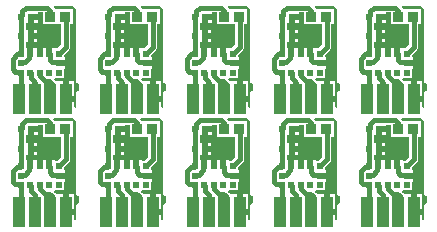
<source format=gtl>
G04*
G04 #@! TF.GenerationSoftware,Altium Limited,Altium Designer,23.3.1 (30)*
G04*
G04 Layer_Physical_Order=1*
G04 Layer_Color=255*
%FSLAX25Y25*%
%MOIN*%
G70*
G04*
G04 #@! TF.SameCoordinates,76A80B4F-B454-4E83-830C-21A368A3A4FA*
G04*
G04*
G04 #@! TF.FilePolarity,Positive*
G04*
G01*
G75*
%ADD10R,0.02000X0.02000*%
%ADD11R,0.02000X0.02000*%
%ADD12R,0.02047X0.02047*%
%ADD13R,0.03366X0.03568*%
%ADD14R,0.02423X0.02254*%
%ADD15C,0.01500*%
%ADD16R,0.03937X0.09843*%
%ADD17C,0.01575*%
%ADD18C,0.01968*%
G36*
X275554Y199416D02*
X281590D01*
Y192674D01*
X280365Y191450D01*
X279650D01*
Y191649D01*
X278650D01*
Y189649D01*
X276650D01*
Y191649D01*
X275500D01*
Y189649D01*
X273500D01*
Y191649D01*
X272350D01*
Y189649D01*
X270350D01*
Y191649D01*
X269893D01*
Y193476D01*
X270575D01*
Y195500D01*
Y197524D01*
X269949D01*
Y199873D01*
X270687D01*
Y202000D01*
X271687D01*
Y203000D01*
X273899D01*
Y203382D01*
X275554D01*
Y199416D01*
D02*
G37*
G36*
X246554D02*
X252590D01*
Y192674D01*
X251365Y191450D01*
X250650D01*
Y191649D01*
X249650D01*
Y189649D01*
X247650D01*
Y191649D01*
X246500D01*
Y189649D01*
X244500D01*
Y191649D01*
X243350D01*
Y189649D01*
X241350D01*
Y191649D01*
X240893D01*
Y193476D01*
X241575D01*
Y195500D01*
Y197524D01*
X240949D01*
Y199873D01*
X241687D01*
Y202000D01*
X242687D01*
Y203000D01*
X244899D01*
Y203382D01*
X246554D01*
Y199416D01*
D02*
G37*
G36*
X217554D02*
X223590D01*
Y192674D01*
X222365Y191450D01*
X221650D01*
Y191649D01*
X220650D01*
Y189649D01*
X218650D01*
Y191649D01*
X217500D01*
Y189649D01*
X215500D01*
Y191649D01*
X214350D01*
Y189649D01*
X212350D01*
Y191649D01*
X211893D01*
Y193476D01*
X212575D01*
Y195500D01*
Y197524D01*
X211949D01*
Y199873D01*
X212687D01*
Y202000D01*
X213687D01*
Y203000D01*
X215899D01*
Y203382D01*
X217554D01*
Y199416D01*
D02*
G37*
G36*
X188554D02*
X194590D01*
Y192674D01*
X193365Y191450D01*
X192650D01*
Y191649D01*
X191650D01*
Y189649D01*
X189650D01*
Y191649D01*
X188500D01*
Y189649D01*
X186500D01*
Y191649D01*
X185350D01*
Y189649D01*
X183350D01*
Y191649D01*
X182893D01*
Y193476D01*
X183575D01*
Y195500D01*
Y197524D01*
X182949D01*
Y199873D01*
X183687D01*
Y202000D01*
X184687D01*
Y203000D01*
X186899D01*
Y203382D01*
X188554D01*
Y199416D01*
D02*
G37*
G36*
X159554D02*
X165590D01*
Y192674D01*
X164365Y191450D01*
X163650D01*
Y191649D01*
X162650D01*
Y189649D01*
X160650D01*
Y191649D01*
X159500D01*
Y189649D01*
X157500D01*
Y191649D01*
X156350D01*
Y189649D01*
X154350D01*
Y191649D01*
X153893D01*
Y193476D01*
X154575D01*
Y195500D01*
Y197524D01*
X153949D01*
Y199873D01*
X154687D01*
Y202000D01*
X155687D01*
Y203000D01*
X157899D01*
Y203382D01*
X159554D01*
Y199416D01*
D02*
G37*
G36*
X286697Y204232D02*
Y180500D01*
X286758Y180193D01*
X286932Y179932D01*
X287193Y179758D01*
X287500Y179697D01*
Y177303D01*
X287193Y177242D01*
X286932Y177068D01*
X286758Y176807D01*
X286697Y176500D01*
Y171607D01*
X286610Y171542D01*
X286110Y171794D01*
Y173508D01*
X283142D01*
Y174508D01*
X282142D01*
Y180429D01*
X280173D01*
X280173Y180429D01*
Y180429D01*
X279723Y180581D01*
X279618Y180739D01*
X279306Y181050D01*
X279513Y181550D01*
X282600D01*
Y184500D01*
X282800D01*
Y185500D01*
X280800D01*
Y187500D01*
X282800D01*
Y188500D01*
X282600D01*
Y189215D01*
X284288Y190902D01*
X284630Y191415D01*
X284751Y192020D01*
Y199416D01*
X285446D01*
Y204584D01*
X279464D01*
X279460Y204605D01*
X279117Y205118D01*
X279000Y205235D01*
X279191Y205697D01*
X285599D01*
X286697Y204232D01*
D02*
G37*
G36*
X257697D02*
Y180500D01*
X257758Y180193D01*
X257932Y179932D01*
X258193Y179758D01*
X258500Y179697D01*
Y177303D01*
X258193Y177242D01*
X257932Y177068D01*
X257758Y176807D01*
X257697Y176500D01*
Y171607D01*
X257610Y171542D01*
X257110Y171794D01*
Y173508D01*
X254142D01*
Y174508D01*
X253142D01*
Y180429D01*
X251173D01*
X251173Y180429D01*
Y180429D01*
X250723Y180581D01*
X250618Y180739D01*
X250306Y181050D01*
X250513Y181550D01*
X253600D01*
Y184500D01*
X253800D01*
Y185500D01*
X251800D01*
Y187500D01*
X253800D01*
Y188500D01*
X253600D01*
Y189215D01*
X255288Y190902D01*
X255630Y191415D01*
X255750Y192020D01*
Y199416D01*
X256446D01*
Y204584D01*
X250464D01*
X250460Y204605D01*
X250117Y205118D01*
X250000Y205235D01*
X250191Y205697D01*
X256599D01*
X257697Y204232D01*
D02*
G37*
G36*
X228697D02*
Y180500D01*
X228758Y180193D01*
X228932Y179932D01*
X229193Y179758D01*
X229500Y179697D01*
Y177303D01*
X229193Y177242D01*
X228932Y177068D01*
X228758Y176807D01*
X228697Y176500D01*
Y171607D01*
X228610Y171542D01*
X228110Y171794D01*
Y173508D01*
X225142D01*
Y174508D01*
X224142D01*
Y180429D01*
X222173D01*
X222173Y180429D01*
Y180429D01*
X221723Y180581D01*
X221618Y180739D01*
X221306Y181050D01*
X221513Y181550D01*
X224600D01*
Y184500D01*
X224800D01*
Y185500D01*
X222800D01*
Y187500D01*
X224800D01*
Y188500D01*
X224600D01*
Y189215D01*
X226288Y190902D01*
X226630Y191415D01*
X226750Y192020D01*
Y199416D01*
X227446D01*
Y204584D01*
X221464D01*
X221460Y204605D01*
X221117Y205118D01*
X221000Y205235D01*
X221191Y205697D01*
X227599D01*
X228697Y204232D01*
D02*
G37*
G36*
X199697D02*
Y180500D01*
X199758Y180193D01*
X199932Y179932D01*
X200193Y179758D01*
X200500Y179697D01*
Y177303D01*
X200193Y177242D01*
X199932Y177068D01*
X199758Y176807D01*
X199697Y176500D01*
Y171607D01*
X199610Y171542D01*
X199110Y171794D01*
Y173508D01*
X196142D01*
Y174508D01*
X195142D01*
Y180429D01*
X193173D01*
X193173Y180429D01*
Y180429D01*
X192723Y180581D01*
X192617Y180739D01*
X192306Y181050D01*
X192513Y181550D01*
X195600D01*
Y184500D01*
X195800D01*
Y185500D01*
X193800D01*
Y187500D01*
X195800D01*
Y188500D01*
X195600D01*
Y189215D01*
X197288Y190902D01*
X197630Y191415D01*
X197750Y192020D01*
Y199416D01*
X198446D01*
Y204584D01*
X192464D01*
X192460Y204605D01*
X192118Y205118D01*
X192000Y205235D01*
X192191Y205697D01*
X198599D01*
X199697Y204232D01*
D02*
G37*
G36*
X170697D02*
Y180500D01*
X170758Y180193D01*
X170932Y179932D01*
X171193Y179758D01*
X171500Y179697D01*
Y177303D01*
X171193Y177242D01*
X170932Y177068D01*
X170758Y176807D01*
X170697Y176500D01*
Y171607D01*
X170610Y171542D01*
X170110Y171794D01*
Y173508D01*
X167142D01*
Y174508D01*
X166142D01*
Y180429D01*
X164173D01*
X164173Y180429D01*
Y180429D01*
X163723Y180581D01*
X163618Y180739D01*
X163306Y181050D01*
X163513Y181550D01*
X166600D01*
Y184500D01*
X166800D01*
Y185500D01*
X164800D01*
Y187500D01*
X166800D01*
Y188500D01*
X166600D01*
Y189215D01*
X168288Y190902D01*
X168630Y191415D01*
X168751Y192020D01*
Y199416D01*
X169446D01*
Y204584D01*
X163464D01*
X163460Y204605D01*
X163118Y205118D01*
X163000Y205235D01*
X163191Y205697D01*
X169599D01*
X170697Y204232D01*
D02*
G37*
G36*
X275554Y161916D02*
X281590D01*
Y155174D01*
X280365Y153950D01*
X279650D01*
Y154149D01*
X278650D01*
Y152149D01*
X276650D01*
Y154149D01*
X275500D01*
Y152149D01*
X273500D01*
Y154149D01*
X272350D01*
Y152149D01*
X270350D01*
Y154149D01*
X269893D01*
Y155976D01*
X270575D01*
Y158000D01*
Y160024D01*
X269949D01*
Y162373D01*
X270687D01*
Y164500D01*
X271687D01*
Y165500D01*
X273899D01*
Y165882D01*
X275554D01*
Y161916D01*
D02*
G37*
G36*
X246554D02*
X252590D01*
Y155174D01*
X251365Y153950D01*
X250650D01*
Y154149D01*
X249650D01*
Y152149D01*
X247650D01*
Y154149D01*
X246500D01*
Y152149D01*
X244500D01*
Y154149D01*
X243350D01*
Y152149D01*
X241350D01*
Y154149D01*
X240893D01*
Y155976D01*
X241575D01*
Y158000D01*
Y160024D01*
X240949D01*
Y162373D01*
X241687D01*
Y164500D01*
X242687D01*
Y165500D01*
X244899D01*
Y165882D01*
X246554D01*
Y161916D01*
D02*
G37*
G36*
X217554D02*
X223590D01*
Y155174D01*
X222365Y153950D01*
X221650D01*
Y154149D01*
X220650D01*
Y152149D01*
X218650D01*
Y154149D01*
X217500D01*
Y152149D01*
X215500D01*
Y154149D01*
X214350D01*
Y152149D01*
X212350D01*
Y154149D01*
X211893D01*
Y155976D01*
X212575D01*
Y158000D01*
Y160024D01*
X211949D01*
Y162373D01*
X212687D01*
Y164500D01*
X213687D01*
Y165500D01*
X215899D01*
Y165882D01*
X217554D01*
Y161916D01*
D02*
G37*
G36*
X188554D02*
X194590D01*
Y155174D01*
X193365Y153950D01*
X192650D01*
Y154149D01*
X191650D01*
Y152149D01*
X189650D01*
Y154149D01*
X188500D01*
Y152149D01*
X186500D01*
Y154149D01*
X185350D01*
Y152149D01*
X183350D01*
Y154149D01*
X182893D01*
Y155976D01*
X183575D01*
Y158000D01*
Y160024D01*
X182949D01*
Y162373D01*
X183687D01*
Y164500D01*
X184687D01*
Y165500D01*
X186899D01*
Y165882D01*
X188554D01*
Y161916D01*
D02*
G37*
G36*
X159554D02*
X165590D01*
Y155174D01*
X164365Y153950D01*
X163650D01*
Y154149D01*
X162650D01*
Y152149D01*
X160650D01*
Y154149D01*
X159500D01*
Y152149D01*
X157500D01*
Y154149D01*
X156350D01*
Y152149D01*
X154350D01*
Y154149D01*
X153893D01*
Y155976D01*
X154575D01*
Y158000D01*
Y160024D01*
X153949D01*
Y162373D01*
X154687D01*
Y164500D01*
X155687D01*
Y165500D01*
X157899D01*
Y165882D01*
X159554D01*
Y161916D01*
D02*
G37*
G36*
X286697Y166732D02*
Y143000D01*
X286758Y142693D01*
X286932Y142432D01*
X287193Y142258D01*
X287500Y142197D01*
Y139803D01*
X287193Y139742D01*
X286932Y139568D01*
X286758Y139307D01*
X286697Y139000D01*
Y134107D01*
X286610Y134042D01*
X286110Y134294D01*
Y136008D01*
X283142D01*
Y137008D01*
X282142D01*
Y142929D01*
X280173D01*
X280173Y142929D01*
Y142929D01*
X279723Y143081D01*
X279618Y143239D01*
X279306Y143550D01*
X279513Y144050D01*
X282600D01*
Y147000D01*
X282800D01*
Y148000D01*
X280800D01*
Y150000D01*
X282800D01*
Y151000D01*
X282600D01*
Y151715D01*
X284288Y153402D01*
X284630Y153915D01*
X284751Y154520D01*
Y161916D01*
X285446D01*
Y167084D01*
X279464D01*
X279460Y167105D01*
X279117Y167617D01*
X279000Y167735D01*
X279191Y168197D01*
X285599D01*
X286697Y166732D01*
D02*
G37*
G36*
X257697D02*
Y143000D01*
X257758Y142693D01*
X257932Y142432D01*
X258193Y142258D01*
X258500Y142197D01*
Y139803D01*
X258193Y139742D01*
X257932Y139568D01*
X257758Y139307D01*
X257697Y139000D01*
Y134107D01*
X257610Y134042D01*
X257110Y134294D01*
Y136008D01*
X254142D01*
Y137008D01*
X253142D01*
Y142929D01*
X251173D01*
X251173Y142929D01*
Y142929D01*
X250723Y143081D01*
X250618Y143239D01*
X250306Y143550D01*
X250513Y144050D01*
X253600D01*
Y147000D01*
X253800D01*
Y148000D01*
X251800D01*
Y150000D01*
X253800D01*
Y151000D01*
X253600D01*
Y151715D01*
X255288Y153402D01*
X255630Y153915D01*
X255750Y154520D01*
Y161916D01*
X256446D01*
Y167084D01*
X250464D01*
X250460Y167105D01*
X250117Y167617D01*
X250000Y167735D01*
X250191Y168197D01*
X256599D01*
X257697Y166732D01*
D02*
G37*
G36*
X228697D02*
Y143000D01*
X228758Y142693D01*
X228932Y142432D01*
X229193Y142258D01*
X229500Y142197D01*
Y139803D01*
X229193Y139742D01*
X228932Y139568D01*
X228758Y139307D01*
X228697Y139000D01*
Y134107D01*
X228610Y134042D01*
X228110Y134294D01*
Y136008D01*
X225142D01*
Y137008D01*
X224142D01*
Y142929D01*
X222173D01*
X222173Y142929D01*
Y142929D01*
X221723Y143081D01*
X221618Y143239D01*
X221306Y143550D01*
X221513Y144050D01*
X224600D01*
Y147000D01*
X224800D01*
Y148000D01*
X222800D01*
Y150000D01*
X224800D01*
Y151000D01*
X224600D01*
Y151715D01*
X226288Y153402D01*
X226630Y153915D01*
X226750Y154520D01*
Y161916D01*
X227446D01*
Y167084D01*
X221464D01*
X221460Y167105D01*
X221117Y167617D01*
X221000Y167735D01*
X221191Y168197D01*
X227599D01*
X228697Y166732D01*
D02*
G37*
G36*
X199697D02*
Y143000D01*
X199758Y142693D01*
X199932Y142432D01*
X200193Y142258D01*
X200500Y142197D01*
Y139803D01*
X200193Y139742D01*
X199932Y139568D01*
X199758Y139307D01*
X199697Y139000D01*
Y134107D01*
X199610Y134042D01*
X199110Y134294D01*
Y136008D01*
X196142D01*
Y137008D01*
X195142D01*
Y142929D01*
X193173D01*
X193173Y142929D01*
Y142929D01*
X192723Y143081D01*
X192617Y143239D01*
X192306Y143550D01*
X192513Y144050D01*
X195600D01*
Y147000D01*
X195800D01*
Y148000D01*
X193800D01*
Y150000D01*
X195800D01*
Y151000D01*
X195600D01*
Y151715D01*
X197288Y153402D01*
X197630Y153915D01*
X197750Y154520D01*
Y161916D01*
X198446D01*
Y167084D01*
X192464D01*
X192460Y167105D01*
X192118Y167617D01*
X192000Y167735D01*
X192191Y168197D01*
X198599D01*
X199697Y166732D01*
D02*
G37*
G36*
X170697D02*
Y143000D01*
X170758Y142693D01*
X170932Y142432D01*
X171193Y142258D01*
X171500Y142197D01*
Y139803D01*
X171193Y139742D01*
X170932Y139568D01*
X170758Y139307D01*
X170697Y139000D01*
Y134107D01*
X170610Y134042D01*
X170110Y134294D01*
Y136008D01*
X167142D01*
Y137008D01*
X166142D01*
Y142929D01*
X164173D01*
X164173Y142929D01*
Y142929D01*
X163723Y143081D01*
X163618Y143239D01*
X163306Y143550D01*
X163513Y144050D01*
X166600D01*
Y147000D01*
X166800D01*
Y148000D01*
X164800D01*
Y150000D01*
X166800D01*
Y151000D01*
X166600D01*
Y151715D01*
X168288Y153402D01*
X168630Y153915D01*
X168751Y154520D01*
Y161916D01*
X169446D01*
Y167084D01*
X163464D01*
X163460Y167105D01*
X163118Y167617D01*
X163000Y167735D01*
X163191Y168197D01*
X169599D01*
X170697Y166732D01*
D02*
G37*
%LPC*%
G36*
X273899Y201000D02*
X272687D01*
Y199873D01*
X273899D01*
Y201000D01*
D02*
G37*
G36*
X273598Y197524D02*
X272575D01*
Y196500D01*
X273598D01*
Y197524D01*
D02*
G37*
G36*
Y194500D02*
X272575D01*
Y193476D01*
X273598D01*
Y194500D01*
D02*
G37*
G36*
X244899Y201000D02*
X243687D01*
Y199873D01*
X244899D01*
Y201000D01*
D02*
G37*
G36*
X244598Y197524D02*
X243575D01*
Y196500D01*
X244598D01*
Y197524D01*
D02*
G37*
G36*
Y194500D02*
X243575D01*
Y193476D01*
X244598D01*
Y194500D01*
D02*
G37*
G36*
X215899Y201000D02*
X214687D01*
Y199873D01*
X215899D01*
Y201000D01*
D02*
G37*
G36*
X215598Y197524D02*
X214575D01*
Y196500D01*
X215598D01*
Y197524D01*
D02*
G37*
G36*
Y194500D02*
X214575D01*
Y193476D01*
X215598D01*
Y194500D01*
D02*
G37*
G36*
X186899Y201000D02*
X185687D01*
Y199873D01*
X186899D01*
Y201000D01*
D02*
G37*
G36*
X186598Y197524D02*
X185575D01*
Y196500D01*
X186598D01*
Y197524D01*
D02*
G37*
G36*
Y194500D02*
X185575D01*
Y193476D01*
X186598D01*
Y194500D01*
D02*
G37*
G36*
X157899Y201000D02*
X156687D01*
Y199873D01*
X157899D01*
Y201000D01*
D02*
G37*
G36*
X157598Y197524D02*
X156575D01*
Y196500D01*
X157598D01*
Y197524D01*
D02*
G37*
G36*
Y194500D02*
X156575D01*
Y193476D01*
X157598D01*
Y194500D01*
D02*
G37*
G36*
X286110Y180429D02*
X284142D01*
Y175508D01*
X286110D01*
Y180429D01*
D02*
G37*
G36*
X257110D02*
X255142D01*
Y175508D01*
X257110D01*
Y180429D01*
D02*
G37*
G36*
X228110D02*
X226142D01*
Y175508D01*
X228110D01*
Y180429D01*
D02*
G37*
G36*
X199110D02*
X197142D01*
Y175508D01*
X199110D01*
Y180429D01*
D02*
G37*
G36*
X170110D02*
X168142D01*
Y175508D01*
X170110D01*
Y180429D01*
D02*
G37*
G36*
X273899Y163500D02*
X272687D01*
Y162373D01*
X273899D01*
Y163500D01*
D02*
G37*
G36*
X273598Y160024D02*
X272575D01*
Y159000D01*
X273598D01*
Y160024D01*
D02*
G37*
G36*
Y157000D02*
X272575D01*
Y155976D01*
X273598D01*
Y157000D01*
D02*
G37*
G36*
X244899Y163500D02*
X243687D01*
Y162373D01*
X244899D01*
Y163500D01*
D02*
G37*
G36*
X244598Y160024D02*
X243575D01*
Y159000D01*
X244598D01*
Y160024D01*
D02*
G37*
G36*
Y157000D02*
X243575D01*
Y155976D01*
X244598D01*
Y157000D01*
D02*
G37*
G36*
X215899Y163500D02*
X214687D01*
Y162373D01*
X215899D01*
Y163500D01*
D02*
G37*
G36*
X215598Y160024D02*
X214575D01*
Y159000D01*
X215598D01*
Y160024D01*
D02*
G37*
G36*
Y157000D02*
X214575D01*
Y155976D01*
X215598D01*
Y157000D01*
D02*
G37*
G36*
X186899Y163500D02*
X185687D01*
Y162373D01*
X186899D01*
Y163500D01*
D02*
G37*
G36*
X186598Y160024D02*
X185575D01*
Y159000D01*
X186598D01*
Y160024D01*
D02*
G37*
G36*
Y157000D02*
X185575D01*
Y155976D01*
X186598D01*
Y157000D01*
D02*
G37*
G36*
X157899Y163500D02*
X156687D01*
Y162373D01*
X157899D01*
Y163500D01*
D02*
G37*
G36*
X157598Y160024D02*
X156575D01*
Y159000D01*
X157598D01*
Y160024D01*
D02*
G37*
G36*
Y157000D02*
X156575D01*
Y155976D01*
X157598D01*
Y157000D01*
D02*
G37*
G36*
X286110Y142929D02*
X284142D01*
Y138008D01*
X286110D01*
Y142929D01*
D02*
G37*
G36*
X257110D02*
X255142D01*
Y138008D01*
X257110D01*
Y142929D01*
D02*
G37*
G36*
X228110D02*
X226142D01*
Y138008D01*
X228110D01*
Y142929D01*
D02*
G37*
G36*
X199110D02*
X197142D01*
Y138008D01*
X199110D01*
Y142929D01*
D02*
G37*
G36*
X170110D02*
X168142D01*
Y138008D01*
X170110D01*
Y142929D01*
D02*
G37*
%LPD*%
D10*
X271350Y152149D02*
D03*
X274500D02*
D03*
X277650D02*
D03*
Y145851D02*
D03*
X274500D02*
D03*
X271350D02*
D03*
Y189649D02*
D03*
X274500D02*
D03*
X277650D02*
D03*
Y183351D02*
D03*
X274500D02*
D03*
X271350D02*
D03*
X242350Y152149D02*
D03*
X245500D02*
D03*
X248650D02*
D03*
Y145851D02*
D03*
X245500D02*
D03*
X242350D02*
D03*
Y189649D02*
D03*
X245500D02*
D03*
X248650D02*
D03*
Y183351D02*
D03*
X245500D02*
D03*
X242350D02*
D03*
X213350Y152149D02*
D03*
X216500D02*
D03*
X219650D02*
D03*
Y145851D02*
D03*
X216500D02*
D03*
X213350D02*
D03*
Y189649D02*
D03*
X216500D02*
D03*
X219650D02*
D03*
Y183351D02*
D03*
X216500D02*
D03*
X213350D02*
D03*
X184350Y152149D02*
D03*
X187500D02*
D03*
X190650D02*
D03*
Y145851D02*
D03*
X187500D02*
D03*
X184350D02*
D03*
Y189649D02*
D03*
X187500D02*
D03*
X190650D02*
D03*
Y183351D02*
D03*
X187500D02*
D03*
X184350D02*
D03*
X155350Y152149D02*
D03*
X158500D02*
D03*
X161650D02*
D03*
Y145851D02*
D03*
X158500D02*
D03*
X155350D02*
D03*
Y189649D02*
D03*
X158500D02*
D03*
X161650D02*
D03*
Y183351D02*
D03*
X158500D02*
D03*
X155350D02*
D03*
D11*
X280800Y152150D02*
D03*
Y149000D02*
D03*
Y145850D02*
D03*
X268200D02*
D03*
Y149000D02*
D03*
Y152150D02*
D03*
X280800Y189650D02*
D03*
Y186500D02*
D03*
Y183350D02*
D03*
X268200D02*
D03*
Y186500D02*
D03*
Y189650D02*
D03*
X251800Y152150D02*
D03*
Y149000D02*
D03*
Y145850D02*
D03*
X239200D02*
D03*
Y149000D02*
D03*
Y152150D02*
D03*
X251800Y189650D02*
D03*
Y186500D02*
D03*
Y183350D02*
D03*
X239200D02*
D03*
Y186500D02*
D03*
Y189650D02*
D03*
X222800Y152150D02*
D03*
Y149000D02*
D03*
Y145850D02*
D03*
X210200D02*
D03*
Y149000D02*
D03*
Y152150D02*
D03*
X222800Y189650D02*
D03*
Y186500D02*
D03*
Y183350D02*
D03*
X210200D02*
D03*
Y186500D02*
D03*
Y189650D02*
D03*
X193800Y152150D02*
D03*
Y149000D02*
D03*
Y145850D02*
D03*
X181200D02*
D03*
Y149000D02*
D03*
Y152150D02*
D03*
X193800Y189650D02*
D03*
Y186500D02*
D03*
Y183350D02*
D03*
X181200D02*
D03*
Y186500D02*
D03*
Y189650D02*
D03*
X164800Y152150D02*
D03*
Y149000D02*
D03*
Y145850D02*
D03*
X152200D02*
D03*
Y149000D02*
D03*
Y152150D02*
D03*
X164800Y189650D02*
D03*
Y186500D02*
D03*
Y183350D02*
D03*
X152200D02*
D03*
Y186500D02*
D03*
Y189650D02*
D03*
D12*
X271575Y158000D02*
D03*
X268425D02*
D03*
X271575Y195500D02*
D03*
X268425D02*
D03*
X242575Y158000D02*
D03*
X239425D02*
D03*
X242575Y195500D02*
D03*
X239425D02*
D03*
X213575Y158000D02*
D03*
X210425D02*
D03*
X213575Y195500D02*
D03*
X210425D02*
D03*
X184575Y158000D02*
D03*
X181425D02*
D03*
X184575Y195500D02*
D03*
X181425D02*
D03*
X155575Y158000D02*
D03*
X152425D02*
D03*
X155575Y195500D02*
D03*
X152425D02*
D03*
D13*
X278037Y164500D02*
D03*
X282963D02*
D03*
X278037Y202000D02*
D03*
X282963D02*
D03*
X249037Y164500D02*
D03*
X253963D02*
D03*
X249037Y202000D02*
D03*
X253963D02*
D03*
X220037Y164500D02*
D03*
X224963D02*
D03*
X220037Y202000D02*
D03*
X224963D02*
D03*
X191037Y164500D02*
D03*
X195963D02*
D03*
X191037Y202000D02*
D03*
X195963D02*
D03*
X162037Y164500D02*
D03*
X166963D02*
D03*
X162037Y202000D02*
D03*
X166963D02*
D03*
D14*
X268313Y164500D02*
D03*
X271687D02*
D03*
X268313Y202000D02*
D03*
X271687D02*
D03*
X239313Y164500D02*
D03*
X242687D02*
D03*
X239313Y202000D02*
D03*
X242687D02*
D03*
X210313Y164500D02*
D03*
X213687D02*
D03*
X210313Y202000D02*
D03*
X213687D02*
D03*
X181313Y164500D02*
D03*
X184687D02*
D03*
X181313Y202000D02*
D03*
X184687D02*
D03*
X152313Y164500D02*
D03*
X155687D02*
D03*
X152313Y202000D02*
D03*
X155687D02*
D03*
D15*
X272250Y143250D02*
X271600Y143900D01*
X273000Y142500D02*
X272250Y143250D01*
X268200Y143500D02*
Y145850D01*
Y137420D02*
Y143500D01*
X267748Y136969D02*
X268200Y137420D01*
Y145850D02*
X267950Y146100D01*
X268425Y158000D02*
X268369Y158056D01*
Y164444D01*
X268313Y164500D01*
X268313Y157887D02*
X268425Y158000D01*
X277900Y150100D02*
Y151899D01*
X277650Y152149D01*
X278750Y149250D02*
X277900Y150100D01*
X280550Y149250D02*
X278750D01*
X280800Y149000D02*
X280550Y149250D01*
X283170Y154520D02*
Y164293D01*
X282963Y164500D01*
X278000Y164537D02*
Y166500D01*
X278037Y164500D02*
X278000Y164537D01*
X277037Y167463D02*
X270000D01*
X278000Y166500D02*
X277037Y167463D01*
X268774Y166237D02*
X270000Y167463D01*
X268397Y164500D02*
X268313D01*
X268397D02*
X268774Y164877D01*
Y166237D01*
X268313Y152262D02*
Y157887D01*
X266400Y146100D02*
X265500Y147000D01*
X267950Y146100D02*
X266400D01*
X267950Y151900D02*
X266900D01*
X265500Y147000D02*
Y150500D01*
X266900Y151900D01*
X267950D02*
X268200Y152150D01*
X268313Y152262D01*
X278500Y137500D02*
Y142121D01*
X278000Y137000D02*
X278500Y137500D01*
X277621Y143000D02*
X276308D01*
X278500Y142121D02*
X277621Y143000D01*
X274750Y144558D02*
Y145601D01*
X276308Y143000D02*
X274750Y144558D01*
Y145601D02*
X274500Y145851D01*
X273000Y137102D02*
Y142500D01*
X272866Y136969D02*
X273000Y137102D01*
X271600Y145601D02*
X271350Y145851D01*
X271600Y143900D02*
Y145601D01*
X280800Y152150D02*
X283170Y154520D01*
X269492Y149250D02*
X268450D01*
X269492D02*
X271100Y150858D01*
Y151899D01*
X268200Y149000D02*
X268450Y149250D01*
X271100Y151899D02*
X271350Y152149D01*
X272250Y180750D02*
X271600Y181400D01*
X273000Y180000D02*
X272250Y180750D01*
X268200Y181000D02*
Y183350D01*
Y174920D02*
Y181000D01*
X267748Y174469D02*
X268200Y174920D01*
Y183350D02*
X267950Y183600D01*
X268425Y195500D02*
X268369Y195556D01*
Y201944D01*
X268313Y202000D01*
X268313Y195387D02*
X268425Y195500D01*
X277900Y187600D02*
Y189399D01*
X277650Y189649D01*
X278750Y186750D02*
X277900Y187600D01*
X280550Y186750D02*
X278750D01*
X280800Y186500D02*
X280550Y186750D01*
X283170Y192020D02*
Y201793D01*
X282963Y202000D01*
X278000Y202037D02*
Y204000D01*
X278037Y202000D02*
X278000Y202037D01*
X277037Y204963D02*
X270000D01*
X278000Y204000D02*
X277037Y204963D01*
X268774Y203737D02*
X270000Y204963D01*
X268397Y202000D02*
X268313D01*
X268397D02*
X268774Y202377D01*
Y203737D01*
X268313Y189762D02*
Y195387D01*
X266400Y183600D02*
X265500Y184500D01*
X267950Y183600D02*
X266400D01*
X267950Y189400D02*
X266900D01*
X265500Y184500D02*
Y188000D01*
X266900Y189400D01*
X267950D02*
X268200Y189650D01*
X268313Y189762D01*
X278500Y175000D02*
Y179621D01*
X278000Y174500D02*
X278500Y175000D01*
X277621Y180500D02*
X276308D01*
X278500Y179621D02*
X277621Y180500D01*
X274750Y182058D02*
Y183101D01*
X276308Y180500D02*
X274750Y182058D01*
Y183101D02*
X274500Y183351D01*
X273000Y174602D02*
Y180000D01*
X272866Y174469D02*
X273000Y174602D01*
X271600Y183101D02*
X271350Y183351D01*
X271600Y181400D02*
Y183101D01*
X280800Y189650D02*
X283170Y192020D01*
X269492Y186750D02*
X268450D01*
X269492D02*
X271100Y188358D01*
Y189399D01*
X268200Y186500D02*
X268450Y186750D01*
X271100Y189399D02*
X271350Y189649D01*
X243250Y143250D02*
X242600Y143900D01*
X244000Y142500D02*
X243250Y143250D01*
X239200Y143500D02*
Y145850D01*
Y137420D02*
Y143500D01*
X238748Y136969D02*
X239200Y137420D01*
Y145850D02*
X238950Y146100D01*
X239425Y158000D02*
X239369Y158056D01*
Y164444D01*
X239313Y164500D01*
X239313Y157887D02*
X239425Y158000D01*
X248900Y150100D02*
Y151899D01*
X248650Y152149D01*
X249750Y149250D02*
X248900Y150100D01*
X251550Y149250D02*
X249750D01*
X251800Y149000D02*
X251550Y149250D01*
X254170Y154520D02*
Y164293D01*
X253963Y164500D01*
X249000Y164537D02*
Y166500D01*
X249037Y164500D02*
X249000Y164537D01*
X248037Y167463D02*
X241000D01*
X249000Y166500D02*
X248037Y167463D01*
X239774Y166237D02*
X241000Y167463D01*
X239397Y164500D02*
X239313D01*
X239397D02*
X239774Y164877D01*
Y166237D01*
X239313Y152262D02*
Y157887D01*
X237400Y146100D02*
X236500Y147000D01*
X238950Y146100D02*
X237400D01*
X238950Y151900D02*
X237900D01*
X236500Y147000D02*
Y150500D01*
X237900Y151900D01*
X238950D02*
X239200Y152150D01*
X239313Y152262D01*
X249500Y137500D02*
Y142121D01*
X249000Y137000D02*
X249500Y137500D01*
X248621Y143000D02*
X247308D01*
X249500Y142121D02*
X248621Y143000D01*
X245750Y144558D02*
Y145601D01*
X247308Y143000D02*
X245750Y144558D01*
Y145601D02*
X245500Y145851D01*
X244000Y137102D02*
Y142500D01*
X243866Y136969D02*
X244000Y137102D01*
X242600Y145601D02*
X242350Y145851D01*
X242600Y143900D02*
Y145601D01*
X251800Y152150D02*
X254170Y154520D01*
X240492Y149250D02*
X239450D01*
X240492D02*
X242100Y150858D01*
Y151899D01*
X239200Y149000D02*
X239450Y149250D01*
X242100Y151899D02*
X242350Y152149D01*
X243250Y180750D02*
X242600Y181400D01*
X244000Y180000D02*
X243250Y180750D01*
X239200Y181000D02*
Y183350D01*
Y174920D02*
Y181000D01*
X238748Y174469D02*
X239200Y174920D01*
Y183350D02*
X238950Y183600D01*
X239425Y195500D02*
X239369Y195556D01*
Y201944D01*
X239313Y202000D01*
X239313Y195387D02*
X239425Y195500D01*
X248900Y187600D02*
Y189399D01*
X248650Y189649D01*
X249750Y186750D02*
X248900Y187600D01*
X251550Y186750D02*
X249750D01*
X251800Y186500D02*
X251550Y186750D01*
X254170Y192020D02*
Y201793D01*
X253963Y202000D01*
X249000Y202037D02*
Y204000D01*
X249037Y202000D02*
X249000Y202037D01*
X248037Y204963D02*
X241000D01*
X249000Y204000D02*
X248037Y204963D01*
X239774Y203737D02*
X241000Y204963D01*
X239397Y202000D02*
X239313D01*
X239397D02*
X239774Y202377D01*
Y203737D01*
X239313Y189762D02*
Y195387D01*
X237400Y183600D02*
X236500Y184500D01*
X238950Y183600D02*
X237400D01*
X238950Y189400D02*
X237900D01*
X236500Y184500D02*
Y188000D01*
X237900Y189400D01*
X238950D02*
X239200Y189650D01*
X239313Y189762D01*
X249500Y175000D02*
Y179621D01*
X249000Y174500D02*
X249500Y175000D01*
X248621Y180500D02*
X247308D01*
X249500Y179621D02*
X248621Y180500D01*
X245750Y182058D02*
Y183101D01*
X247308Y180500D02*
X245750Y182058D01*
Y183101D02*
X245500Y183351D01*
X244000Y174602D02*
Y180000D01*
X243866Y174469D02*
X244000Y174602D01*
X242600Y183101D02*
X242350Y183351D01*
X242600Y181400D02*
Y183101D01*
X251800Y189650D02*
X254170Y192020D01*
X240492Y186750D02*
X239450D01*
X240492D02*
X242100Y188358D01*
Y189399D01*
X239200Y186500D02*
X239450Y186750D01*
X242100Y189399D02*
X242350Y189649D01*
X214250Y143250D02*
X213600Y143900D01*
X215000Y142500D02*
X214250Y143250D01*
X210200Y143500D02*
Y145850D01*
Y137420D02*
Y143500D01*
X209748Y136969D02*
X210200Y137420D01*
Y145850D02*
X209950Y146100D01*
X210425Y158000D02*
X210369Y158056D01*
Y164444D01*
X210313Y164500D01*
X210313Y157887D02*
X210425Y158000D01*
X219900Y150100D02*
Y151899D01*
X219650Y152149D01*
X220750Y149250D02*
X219900Y150100D01*
X222550Y149250D02*
X220750D01*
X222800Y149000D02*
X222550Y149250D01*
X225170Y154520D02*
Y164293D01*
X224963Y164500D01*
X220000Y164537D02*
Y166500D01*
X220037Y164500D02*
X220000Y164537D01*
X219037Y167463D02*
X212000D01*
X220000Y166500D02*
X219037Y167463D01*
X210774Y166237D02*
X212000Y167463D01*
X210397Y164500D02*
X210313D01*
X210397D02*
X210774Y164877D01*
Y166237D01*
X210313Y152262D02*
Y157887D01*
X208400Y146100D02*
X207500Y147000D01*
X209950Y146100D02*
X208400D01*
X209950Y151900D02*
X208900D01*
X207500Y147000D02*
Y150500D01*
X208900Y151900D01*
X209950D02*
X210200Y152150D01*
X210313Y152262D01*
X220500Y137500D02*
Y142121D01*
X220000Y137000D02*
X220500Y137500D01*
X219621Y143000D02*
X218308D01*
X220500Y142121D02*
X219621Y143000D01*
X216750Y144558D02*
Y145601D01*
X218308Y143000D02*
X216750Y144558D01*
Y145601D02*
X216500Y145851D01*
X215000Y137102D02*
Y142500D01*
X214866Y136969D02*
X215000Y137102D01*
X213600Y145601D02*
X213350Y145851D01*
X213600Y143900D02*
Y145601D01*
X222800Y152150D02*
X225170Y154520D01*
X211492Y149250D02*
X210450D01*
X211492D02*
X213100Y150858D01*
Y151899D01*
X210200Y149000D02*
X210450Y149250D01*
X213100Y151899D02*
X213350Y152149D01*
X214250Y180750D02*
X213600Y181400D01*
X215000Y180000D02*
X214250Y180750D01*
X210200Y181000D02*
Y183350D01*
Y174920D02*
Y181000D01*
X209748Y174469D02*
X210200Y174920D01*
Y183350D02*
X209950Y183600D01*
X210425Y195500D02*
X210369Y195556D01*
Y201944D01*
X210313Y202000D01*
X210313Y195387D02*
X210425Y195500D01*
X219900Y187600D02*
Y189399D01*
X219650Y189649D01*
X220750Y186750D02*
X219900Y187600D01*
X222550Y186750D02*
X220750D01*
X222800Y186500D02*
X222550Y186750D01*
X225170Y192020D02*
Y201793D01*
X224963Y202000D01*
X220000Y202037D02*
Y204000D01*
X220037Y202000D02*
X220000Y202037D01*
X219037Y204963D02*
X212000D01*
X220000Y204000D02*
X219037Y204963D01*
X210774Y203737D02*
X212000Y204963D01*
X210397Y202000D02*
X210313D01*
X210397D02*
X210774Y202377D01*
Y203737D01*
X210313Y189762D02*
Y195387D01*
X208400Y183600D02*
X207500Y184500D01*
X209950Y183600D02*
X208400D01*
X209950Y189400D02*
X208900D01*
X207500Y184500D02*
Y188000D01*
X208900Y189400D01*
X209950D02*
X210200Y189650D01*
X210313Y189762D01*
X220500Y175000D02*
Y179621D01*
X220000Y174500D02*
X220500Y175000D01*
X219621Y180500D02*
X218308D01*
X220500Y179621D02*
X219621Y180500D01*
X216750Y182058D02*
Y183101D01*
X218308Y180500D02*
X216750Y182058D01*
Y183101D02*
X216500Y183351D01*
X215000Y174602D02*
Y180000D01*
X214866Y174469D02*
X215000Y174602D01*
X213600Y183101D02*
X213350Y183351D01*
X213600Y181400D02*
Y183101D01*
X222800Y189650D02*
X225170Y192020D01*
X211492Y186750D02*
X210450D01*
X211492D02*
X213100Y188358D01*
Y189399D01*
X210200Y186500D02*
X210450Y186750D01*
X213100Y189399D02*
X213350Y189649D01*
X185250Y143250D02*
X184600Y143900D01*
X186000Y142500D02*
X185250Y143250D01*
X181200Y143500D02*
Y145850D01*
Y137420D02*
Y143500D01*
X180748Y136969D02*
X181200Y137420D01*
Y145850D02*
X180950Y146100D01*
X181425Y158000D02*
X181369Y158056D01*
Y164444D01*
X181313Y164500D01*
X181313Y157887D02*
X181425Y158000D01*
X190900Y150100D02*
Y151899D01*
X190650Y152149D01*
X191750Y149250D02*
X190900Y150100D01*
X193550Y149250D02*
X191750D01*
X193800Y149000D02*
X193550Y149250D01*
X196170Y154520D02*
Y164293D01*
X195963Y164500D01*
X191000Y164537D02*
Y166500D01*
X191037Y164500D02*
X191000Y164537D01*
X190037Y167463D02*
X183000D01*
X191000Y166500D02*
X190037Y167463D01*
X181774Y166237D02*
X183000Y167463D01*
X181397Y164500D02*
X181313D01*
X181397D02*
X181774Y164877D01*
Y166237D01*
X181313Y152262D02*
Y157887D01*
X179400Y146100D02*
X178500Y147000D01*
X180950Y146100D02*
X179400D01*
X180950Y151900D02*
X179900D01*
X178500Y147000D02*
Y150500D01*
X179900Y151900D01*
X180950D02*
X181200Y152150D01*
X181313Y152262D01*
X191500Y137500D02*
Y142121D01*
X191000Y137000D02*
X191500Y137500D01*
X190621Y143000D02*
X189308D01*
X191500Y142121D02*
X190621Y143000D01*
X187750Y144558D02*
Y145601D01*
X189308Y143000D02*
X187750Y144558D01*
Y145601D02*
X187500Y145851D01*
X186000Y137102D02*
Y142500D01*
X185866Y136969D02*
X186000Y137102D01*
X184600Y145601D02*
X184350Y145851D01*
X184600Y143900D02*
Y145601D01*
X193800Y152150D02*
X196170Y154520D01*
X182492Y149250D02*
X181450D01*
X182492D02*
X184100Y150858D01*
Y151899D01*
X181200Y149000D02*
X181450Y149250D01*
X184100Y151899D02*
X184350Y152149D01*
X185250Y180750D02*
X184600Y181400D01*
X186000Y180000D02*
X185250Y180750D01*
X181200Y181000D02*
Y183350D01*
Y174920D02*
Y181000D01*
X180748Y174469D02*
X181200Y174920D01*
Y183350D02*
X180950Y183600D01*
X181425Y195500D02*
X181369Y195556D01*
Y201944D01*
X181313Y202000D01*
X181313Y195387D02*
X181425Y195500D01*
X190900Y187600D02*
Y189399D01*
X190650Y189649D01*
X191750Y186750D02*
X190900Y187600D01*
X193550Y186750D02*
X191750D01*
X193800Y186500D02*
X193550Y186750D01*
X196170Y192020D02*
Y201793D01*
X195963Y202000D01*
X191000Y202037D02*
Y204000D01*
X191037Y202000D02*
X191000Y202037D01*
X190037Y204963D02*
X183000D01*
X191000Y204000D02*
X190037Y204963D01*
X181774Y203737D02*
X183000Y204963D01*
X181397Y202000D02*
X181313D01*
X181397D02*
X181774Y202377D01*
Y203737D01*
X181313Y189762D02*
Y195387D01*
X179400Y183600D02*
X178500Y184500D01*
X180950Y183600D02*
X179400D01*
X180950Y189400D02*
X179900D01*
X178500Y184500D02*
Y188000D01*
X179900Y189400D01*
X180950D02*
X181200Y189650D01*
X181313Y189762D01*
X191500Y175000D02*
Y179621D01*
X191000Y174500D02*
X191500Y175000D01*
X190621Y180500D02*
X189308D01*
X191500Y179621D02*
X190621Y180500D01*
X187750Y182058D02*
Y183101D01*
X189308Y180500D02*
X187750Y182058D01*
Y183101D02*
X187500Y183351D01*
X186000Y174602D02*
Y180000D01*
X185866Y174469D02*
X186000Y174602D01*
X184600Y183101D02*
X184350Y183351D01*
X184600Y181400D02*
Y183101D01*
X193800Y189650D02*
X196170Y192020D01*
X182492Y186750D02*
X181450D01*
X182492D02*
X184100Y188358D01*
Y189399D01*
X181200Y186500D02*
X181450Y186750D01*
X184100Y189399D02*
X184350Y189649D01*
X156250Y143250D02*
X155600Y143900D01*
X157000Y142500D02*
X156250Y143250D01*
X152200Y143500D02*
Y145850D01*
Y137420D02*
Y143500D01*
X151748Y136969D02*
X152200Y137420D01*
Y145850D02*
X151950Y146100D01*
X152425Y158000D02*
X152369Y158056D01*
Y164444D01*
X152313Y164500D01*
X152313Y157887D02*
X152425Y158000D01*
X161900Y150100D02*
Y151899D01*
X161650Y152149D01*
X162750Y149250D02*
X161900Y150100D01*
X164550Y149250D02*
X162750D01*
X164800Y149000D02*
X164550Y149250D01*
X167170Y154520D02*
Y164293D01*
X166963Y164500D01*
X162000Y164537D02*
Y166500D01*
X162037Y164500D02*
X162000Y164537D01*
X161037Y167463D02*
X154000D01*
X162000Y166500D02*
X161037Y167463D01*
X152774Y166237D02*
X154000Y167463D01*
X152397Y164500D02*
X152313D01*
X152397D02*
X152774Y164877D01*
Y166237D01*
X152313Y152262D02*
Y157887D01*
X150400Y146100D02*
X149500Y147000D01*
X151950Y146100D02*
X150400D01*
X151950Y151900D02*
X150900D01*
X149500Y147000D02*
Y150500D01*
X150900Y151900D01*
X151950D02*
X152200Y152150D01*
X152313Y152262D01*
X162500Y137500D02*
Y142121D01*
X162000Y137000D02*
X162500Y137500D01*
X161621Y143000D02*
X160308D01*
X162500Y142121D02*
X161621Y143000D01*
X158750Y144558D02*
Y145601D01*
X160308Y143000D02*
X158750Y144558D01*
Y145601D02*
X158500Y145851D01*
X157000Y137102D02*
Y142500D01*
X156866Y136969D02*
X157000Y137102D01*
X155600Y145601D02*
X155350Y145851D01*
X155600Y143900D02*
Y145601D01*
X164800Y152150D02*
X167170Y154520D01*
X153492Y149250D02*
X152450D01*
X153492D02*
X155100Y150858D01*
Y151899D01*
X152200Y149000D02*
X152450Y149250D01*
X155100Y151899D02*
X155350Y152149D01*
X156250Y180750D02*
X155600Y181400D01*
X157000Y180000D02*
X156250Y180750D01*
X152200Y181000D02*
Y183350D01*
Y174920D02*
Y181000D01*
X151748Y174469D02*
X152200Y174920D01*
Y183350D02*
X151950Y183600D01*
X152425Y195500D02*
X152369Y195556D01*
Y201944D01*
X152313Y202000D01*
X152313Y195387D02*
X152425Y195500D01*
X161900Y187600D02*
Y189399D01*
X161650Y189649D01*
X162750Y186750D02*
X161900Y187600D01*
X164550Y186750D02*
X162750D01*
X164800Y186500D02*
X164550Y186750D01*
X167170Y192020D02*
Y201793D01*
X166963Y202000D01*
X162000Y202037D02*
Y204000D01*
X162037Y202000D02*
X162000Y202037D01*
X161037Y204963D02*
X154000D01*
X162000Y204000D02*
X161037Y204963D01*
X152774Y203737D02*
X154000Y204963D01*
X152397Y202000D02*
X152313D01*
X152397D02*
X152774Y202377D01*
Y203737D01*
X152313Y189762D02*
Y195387D01*
X150400Y183600D02*
X149500Y184500D01*
X151950Y183600D02*
X150400D01*
X151950Y189400D02*
X150900D01*
X149500Y184500D02*
Y188000D01*
X150900Y189400D01*
X151950D02*
X152200Y189650D01*
X152313Y189762D01*
X162500Y175000D02*
Y179621D01*
X162000Y174500D02*
X162500Y175000D01*
X161621Y180500D02*
X160308D01*
X162500Y179621D02*
X161621Y180500D01*
X158750Y182058D02*
Y183101D01*
X160308Y180500D02*
X158750Y182058D01*
Y183101D02*
X158500Y183351D01*
X157000Y174602D02*
Y180000D01*
X156866Y174469D02*
X157000Y174602D01*
X155600Y183101D02*
X155350Y183351D01*
X155600Y181400D02*
Y183101D01*
X164800Y189650D02*
X167170Y192020D01*
X153492Y186750D02*
X152450D01*
X153492D02*
X155100Y188358D01*
Y189399D01*
X152200Y186500D02*
X152450Y186750D01*
X155100Y189399D02*
X155350Y189649D01*
D16*
X278000Y137000D02*
D03*
X283142Y137008D02*
D03*
X267748Y136969D02*
D03*
X272866D02*
D03*
X278000Y174500D02*
D03*
X283142Y174508D02*
D03*
X267748Y174469D02*
D03*
X272866D02*
D03*
X249000Y137000D02*
D03*
X254142Y137008D02*
D03*
X238748Y136969D02*
D03*
X243866D02*
D03*
X249000Y174500D02*
D03*
X254142Y174508D02*
D03*
X238748Y174469D02*
D03*
X243866D02*
D03*
X220000Y137000D02*
D03*
X225142Y137008D02*
D03*
X209748Y136969D02*
D03*
X214866D02*
D03*
X220000Y174500D02*
D03*
X225142Y174508D02*
D03*
X209748Y174469D02*
D03*
X214866D02*
D03*
X191000Y137000D02*
D03*
X196142Y137008D02*
D03*
X180748Y136969D02*
D03*
X185866D02*
D03*
X191000Y174500D02*
D03*
X196142Y174508D02*
D03*
X180748Y174469D02*
D03*
X185866D02*
D03*
X162000Y137000D02*
D03*
X167142Y137008D02*
D03*
X151748Y136969D02*
D03*
X156866D02*
D03*
X162000Y174500D02*
D03*
X167142Y174508D02*
D03*
X151748Y174469D02*
D03*
X156866D02*
D03*
D17*
X277621Y143000D02*
D03*
X272250Y143250D02*
D03*
X268200Y143500D02*
D03*
X277621Y180500D02*
D03*
X272250Y180750D02*
D03*
X268200Y181000D02*
D03*
X248621Y143000D02*
D03*
X243250Y143250D02*
D03*
X239200Y143500D02*
D03*
X248621Y180500D02*
D03*
X243250Y180750D02*
D03*
X239200Y181000D02*
D03*
X219621Y143000D02*
D03*
X214250Y143250D02*
D03*
X210200Y143500D02*
D03*
X219621Y180500D02*
D03*
X214250Y180750D02*
D03*
X210200Y181000D02*
D03*
X190621Y143000D02*
D03*
X185250Y143250D02*
D03*
X181200Y143500D02*
D03*
X190621Y180500D02*
D03*
X185250Y180750D02*
D03*
X181200Y181000D02*
D03*
X161621Y143000D02*
D03*
X156250Y143250D02*
D03*
X152200Y143500D02*
D03*
X161621Y180500D02*
D03*
X156250Y180750D02*
D03*
X152200Y181000D02*
D03*
D18*
X277500Y158000D02*
D03*
Y195500D02*
D03*
X248500Y158000D02*
D03*
Y195500D02*
D03*
X219500Y158000D02*
D03*
Y195500D02*
D03*
X190500Y158000D02*
D03*
Y195500D02*
D03*
X161500Y158000D02*
D03*
Y195500D02*
D03*
M02*

</source>
